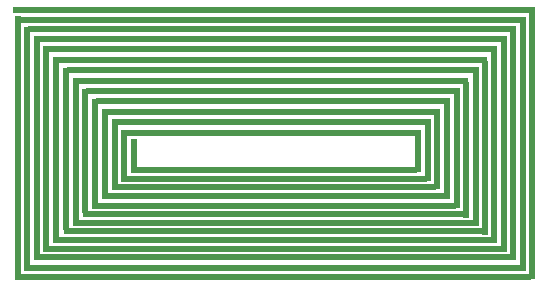
<source format=gts>
G04 ---------------------------- Layer name :TOP SOLDER LAYER*
G04 easyEDA 0.1*
G04 Scale: 100 percent, Rotated: No, Reflected: No *
G04 Dimensions in inches *
G04 leading zeros omitted , absolute positions ,2 integer and 4 * 
%FSLAX24Y24*%
%MOIN*%
G90*
G70D02*

%ADD12R,1.740280X0.020992*%
%ADD13R,0.020992X0.897762*%
%ADD14R,1.722563X0.020992*%
%ADD15R,0.020992X0.865085*%
%ADD16R,1.693823X0.020992*%
%ADD17R,0.020992X0.834770*%
%ADD18R,1.663510X0.020992*%
%ADD19R,0.020992X0.802490*%
%ADD20R,1.630440X0.020992*%
%ADD21R,0.020992X0.767841*%
%ADD22R,1.596579X0.020992*%
%ADD23R,0.020992X0.737132*%
%ADD24R,1.565480X0.020992*%
%ADD25R,0.020992X0.708786*%
%ADD26R,1.535556X0.020992*%
%ADD27R,0.020992X0.675320*%
%ADD28R,1.502879X0.020992*%
%ADD29R,0.020992X0.645007*%
%ADD30R,1.468230X0.020992*%
%ADD31R,0.020992X0.607605*%
%ADD32R,1.437525X0.020992*%
%ADD33R,0.020992X0.578865*%
%ADD34R,1.403667X0.020992*%
%ADD35R,0.020992X0.544613*%
%ADD36R,1.374139X0.020992*%
%ADD37R,0.020992X0.517840*%
%ADD38R,1.342249X0.020992*%
%ADD39R,0.020992X0.482010*%
%ADD40R,1.307997X0.020992*%
%ADD41R,0.020992X0.452090*%
%ADD42R,1.275320X0.020992*%
%ADD43R,0.020992X0.418235*%
%ADD44R,1.246580X0.020992*%
%ADD45R,0.020992X0.390283*%
%ADD46R,1.215478X0.020992*%
%ADD47R,0.020992X0.355640*%
%ADD48R,1.182801X0.020992*%
%ADD49R,0.020992X0.323747*%
%ADD50R,1.149340X0.020992*%
%ADD51R,0.020992X0.289100*%
%ADD52R,1.116270X0.020992*%
%ADD53R,0.020992X0.257999*%
%ADD54R,1.082410X0.020992*%
%ADD55R,0.020992X0.224929*%
%ADD56R,1.052486X0.020992*%
%ADD57R,0.020992X0.198157*%
%ADD58R,1.022959X0.020992*%
%ADD59R,0.020992X0.161540*%
%ADD60R,0.989888X0.020992*%
%ADD61R,0.020992X0.131230*%
%ADD62R,0.955636X0.020992*%
%ADD63R,0.020992X0.098551*%

%LPD*%
G54D12*
G01X9900Y10100D03*
G54D13*
G01X18494Y5588D03*
G54D14*
G01X9857Y1205D03*
G54D15*
G01X1348Y5557D03*
G54D16*
G01X9840Y9776D03*
G54D17*
G01X18203Y5584D03*
G54D18*
G01X9865Y1517D03*
G54D19*
G01X1651Y5553D03*
G54D20*
G01X9825Y9457D03*
G54D21*
G01X17873Y5596D03*
G54D22*
G01X9865Y1863D03*
G54D23*
G01X1986Y5565D03*
G54D24*
G01X9836Y9142D03*
G54D25*
G01X17557Y5576D03*
G54D26*
G01X9857Y2140D03*
G54D27*
G01X2286Y5536D03*
G54D28*
G01X9825Y8809D03*
G54D29*
G01X17234Y5561D03*
G54D30*
G01X9869Y2442D03*
G54D31*
G01X2636Y5501D03*
G54D32*
G01X9844Y8434D03*
G54D33*
G01X16928Y5517D03*
G54D34*
G01X9884Y2726D03*
G54D35*
G01X2971Y5469D03*
G54D36*
G01X9865Y8088D03*
G54D37*
G01X16628Y5478D03*
G54D38*
G01X9892Y2994D03*
G54D39*
G01X3286Y5426D03*
G54D40*
G01X9844Y7734D03*
G54D41*
G01X16282Y5451D03*
G54D42*
G01X9884Y3296D03*
G54D43*
G01X3613Y5411D03*
G54D44*
G01X9869Y7398D03*
G54D45*
G01X15994Y5426D03*
G54D46*
G01X9892Y3584D03*
G54D47*
G01X3919Y5384D03*
G54D48*
G01X9857Y7057D03*
G54D49*
G01X15663Y5415D03*
G54D50*
G01X9892Y3903D03*
G54D51*
G01X4250Y5371D03*
G54D52*
G01X9853Y6709D03*
G54D53*
G01X15328Y5398D03*
G54D54*
G01X9896Y4213D03*
G54D55*
G01X4588Y5359D03*
G54D56*
G01X9876Y6380D03*
G54D57*
G01X15034Y5367D03*
G54D58*
G01X9900Y4482D03*
G54D59*
G01X4892Y5309D03*
G54D60*
G01X9865Y6009D03*
G54D61*
G01X14707Y5332D03*
G54D62*
G01X9903Y4780D03*
G54D63*
G01X5230Y5296D03*

M00*
M02*
</source>
